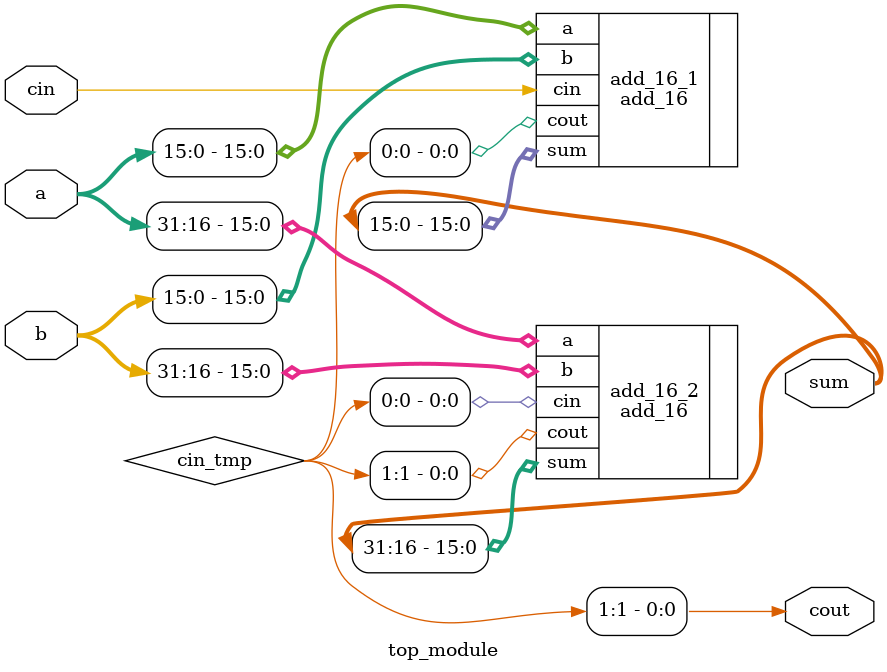
<source format=v>
module top_module (
    input [31:0] a, b,
    input cin, 
    output [31:0] sum,
    output cout
);
    wire [1:0] cin_tmp;

    add_16  add_16_1 (  
        .a(a[15:0]),  
        .b(b[15:0]),    
        .cin(cin),          
        .sum(sum[15:0]), 
        .cout(cin_tmp[0])
    );
    add_16  add_16_2 (
        .a(a[31:16]), 
        .b(b[31:16]),   
        .cin(cin_tmp[0]),   
        .sum(sum[31:16]), 
        .cout(cin_tmp[1])
    );
    assign cout = cin_tmp[1];
endmodule
</source>
